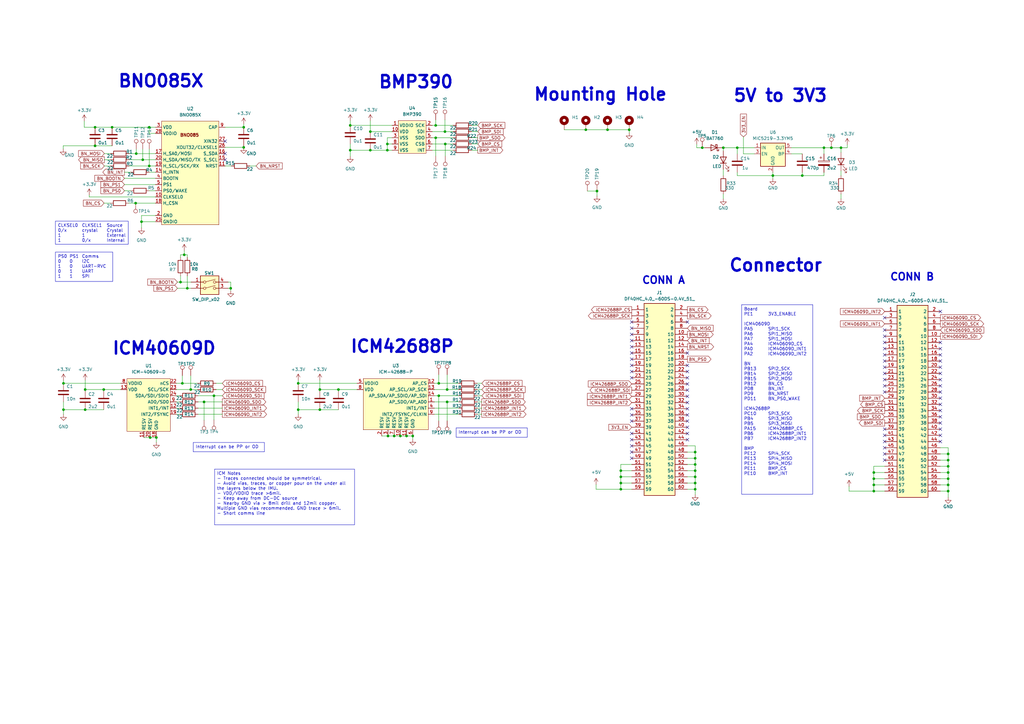
<source format=kicad_sch>
(kicad_sch (version 20230121) (generator eeschema)
  (paper "A3")
  (title_block (title "IMU Sensor Module") (date "2024-01-28"))
  (junction (at 26.035 168.021))
  (junction (at 182.499 53.975))
  (junction (at 122.301 168.021))
  (junction (at 244.856 78.359))
  (junction (at 99.949 60.452))
  (junction (at 302.387 60.579))
  (junction (at 158.877 61.595))
  (junction (at 151.892 61.595))
  (junction (at 151.892 53.975))
  (junction (at 76.835 118.237))
  (junction (at 183.388 159.766))
  (junction (at 285.115 200.66))
  (junction (at 74.803 157.226))
  (junction (at 87.757 162.306))
  (junction (at 61.214 68.072))
  (junction (at 78.232 159.766))
  (junction (at 358.394 201.422))
  (junction (at 254.635 195.58))
  (junction (at 254.635 200.66))
  (junction (at 159.131 178.816))
  (junction (at 55.626 83.312))
  (junction (at 64.135 179.451))
  (junction (at 288.036 60.579))
  (junction (at 285.115 187.96))
  (junction (at 26.035 157.226))
  (junction (at 388.874 196.342))
  (junction (at 122.301 157.226))
  (junction (at 254.635 198.12))
  (junction (at 316.992 72.009))
  (junction (at 55.88 62.992))
  (junction (at 388.874 188.722))
  (junction (at 179.959 162.306))
  (junction (at 83.693 164.846))
  (junction (at 240.284 53.213))
  (junction (at 61.595 179.451))
  (junction (at 169.291 178.816))
  (junction (at 178.689 56.515))
  (junction (at 388.874 191.262))
  (junction (at 285.115 195.58))
  (junction (at 182.626 59.055))
  (junction (at 58.039 90.932))
  (junction (at 388.874 198.882))
  (junction (at 285.115 198.12))
  (junction (at 388.874 186.182))
  (junction (at 285.115 185.42))
  (junction (at 358.394 196.342))
  (junction (at 183.388 164.846))
  (junction (at 61.214 52.197))
  (junction (at 296.672 60.579))
  (junction (at 34.925 159.766))
  (junction (at 38.989 52.197))
  (junction (at 178.689 51.435))
  (junction (at 249.174 53.213))
  (junction (at 388.874 193.802))
  (junction (at 131.191 168.021))
  (junction (at 75.565 104.521))
  (junction (at 358.394 198.882))
  (junction (at 337.947 60.579))
  (junction (at 258.064 53.213))
  (junction (at 94.615 118.237))
  (junction (at 179.959 157.226))
  (junction (at 58.547 65.532))
  (junction (at 161.671 178.816))
  (junction (at 143.637 51.435))
  (junction (at 42.545 159.766))
  (junction (at 285.115 193.04))
  (junction (at 166.751 178.816))
  (junction (at 388.874 201.422))
  (junction (at 99.949 52.197))
  (junction (at 285.115 190.5))
  (junction (at 138.811 159.766))
  (junction (at 38.989 59.817))
  (junction (at 34.925 168.021))
  (junction (at 143.637 61.595))
  (junction (at 74.041 115.697))
  (junction (at 45.974 52.197))
  (junction (at 158.877 59.055))
  (junction (at 340.995 60.579))
  (junction (at 358.394 193.802))
  (junction (at 329.057 72.009))
  (junction (at 344.932 60.579))
  (junction (at 254.635 193.04))
  (junction (at 131.191 159.766))
  (junction (at 164.211 178.816))
  (no_connect (at 385.699 163.322))
  (no_connect (at 259.08 139.7))
  (no_connect (at 385.699 176.022))
  (no_connect (at 362.839 143.002))
  (no_connect (at 281.94 167.64))
  (no_connect (at 362.839 181.102))
  (no_connect (at 281.94 152.4))
  (no_connect (at 385.699 173.482))
  (no_connect (at 362.839 135.382))
  (no_connect (at 385.699 153.162))
  (no_connect (at 362.839 153.162))
  (no_connect (at 362.839 176.022))
  (no_connect (at 362.839 130.302))
  (no_connect (at 385.699 150.622))
  (no_connect (at 385.699 168.402))
  (no_connect (at 385.699 143.002))
  (no_connect (at 385.699 170.942))
  (no_connect (at 281.94 160.02))
  (no_connect (at 259.08 152.4))
  (no_connect (at 362.839 145.542))
  (no_connect (at 259.08 149.86))
  (no_connect (at 385.699 178.562))
  (no_connect (at 281.94 157.48))
  (no_connect (at 92.329 65.532))
  (no_connect (at 385.699 160.782))
  (no_connect (at 259.08 137.16))
  (no_connect (at 259.08 132.08))
  (no_connect (at 281.94 180.34))
  (no_connect (at 362.839 158.242))
  (no_connect (at 259.08 134.62))
  (no_connect (at 362.839 188.722))
  (no_connect (at 281.94 172.72))
  (no_connect (at 281.94 154.94))
  (no_connect (at 385.699 165.862))
  (no_connect (at 281.94 177.8))
  (no_connect (at 259.08 182.88))
  (no_connect (at 281.94 170.18))
  (no_connect (at 362.839 183.642))
  (no_connect (at 92.329 57.912))
  (no_connect (at 362.839 150.622))
  (no_connect (at 259.08 167.64))
  (no_connect (at 362.839 160.782))
  (no_connect (at 385.699 158.242))
  (no_connect (at 385.699 181.102))
  (no_connect (at 281.94 162.56))
  (no_connect (at 259.08 170.18))
  (no_connect (at 259.08 172.72))
  (no_connect (at 281.94 144.78))
  (no_connect (at 385.699 148.082))
  (no_connect (at 385.699 155.702))
  (no_connect (at 281.94 165.1))
  (no_connect (at 281.94 132.08))
  (no_connect (at 362.839 148.082))
  (no_connect (at 362.839 140.462))
  (no_connect (at 259.08 187.96))
  (no_connect (at 385.699 145.542))
  (no_connect (at 92.329 62.992))
  (no_connect (at 259.08 142.24))
  (no_connect (at 259.08 144.78))
  (no_connect (at 385.699 140.462))
  (no_connect (at 362.839 155.702))
  (no_connect (at 259.08 154.94))
  (no_connect (at 281.94 175.26))
  (no_connect (at 259.08 147.32))
  (no_connect (at 362.839 137.922))
  (no_connect (at 259.08 185.42))
  (no_connect (at 362.839 186.182))
  (no_connect (at 362.839 178.562))
  (no_connect (at 259.08 177.8))
  (no_connect (at 281.94 149.86))
  (no_connect (at 385.699 127.762))
  (no_connect (at 259.08 180.34))
  (wire (pts (xy 385.699 188.722) (xy 388.874 188.722)))
  (wire (pts (xy 183.388 153.67) (xy 183.388 159.766)))
  (wire (pts (xy 249.174 53.213) (xy 258.064 53.213)))
  (wire (pts (xy 358.394 198.882) (xy 362.839 198.882)))
  (wire (pts (xy 138.811 159.766) (xy 131.191 159.766)))
  (wire (pts (xy 177.292 61.595) (xy 185.801 61.595)))
  (wire (pts (xy 131.191 159.766) (xy 131.191 160.401)))
  (wire (pts (xy 78.232 159.766) (xy 81.026 159.766)))
  (wire (pts (xy 74.803 157.226) (xy 81.026 157.226)))
  (wire (pts (xy 388.874 198.882) (xy 388.874 201.422)))
  (wire (pts (xy 102.489 68.072) (xy 105.029 68.072)))
  (wire (pts (xy 358.394 198.882) (xy 358.394 196.342)))
  (wire (pts (xy 52.832 83.312) (xy 55.626 83.312)))
  (wire (pts (xy 195.834 164.846) (xy 197.612 164.846)))
  (wire (pts (xy 81.28 162.306) (xy 87.757 162.306)))
  (wire (pts (xy 183.388 159.766) (xy 188.087 159.766)))
  (wire (pts (xy 58.039 90.932) (xy 58.039 93.472)))
  (wire (pts (xy 388.874 191.262) (xy 388.874 193.802)))
  (wire (pts (xy 244.475 200.66) (xy 254.635 200.66)))
  (wire (pts (xy 285.75 60.579) (xy 285.75 59.182)))
  (wire (pts (xy 254.635 195.58) (xy 259.08 195.58)))
  (wire (pts (xy 131.191 168.021) (xy 138.811 168.021)))
  (wire (pts (xy 83.693 164.846) (xy 83.693 172.339)))
  (wire (pts (xy 178.689 56.515) (xy 185.801 56.515)))
  (wire (pts (xy 348.234 199.517) (xy 348.234 201.422)))
  (wire (pts (xy 177.292 53.975) (xy 182.499 53.975)))
  (wire (pts (xy 55.88 62.992) (xy 63.754 62.992)))
  (wire (pts (xy 347.472 59.309) (xy 347.472 60.579)))
  (wire (pts (xy 93.599 115.697) (xy 94.615 115.697)))
  (wire (pts (xy 122.301 157.226) (xy 146.431 157.226)))
  (wire (pts (xy 99.949 50.927) (xy 99.949 52.197)))
  (wire (pts (xy 63.754 54.737) (xy 61.214 54.737)))
  (wire (pts (xy 72.39 169.926) (xy 73.66 169.926)))
  (wire (pts (xy 169.291 178.816) (xy 169.291 180.086)))
  (wire (pts (xy 72.771 115.697) (xy 74.041 115.697)))
  (wire (pts (xy 158.877 59.055) (xy 158.877 61.595)))
  (wire (pts (xy 92.329 68.072) (xy 94.869 68.072)))
  (wire (pts (xy 362.839 201.422) (xy 358.394 201.422)))
  (wire (pts (xy 26.035 168.021) (xy 34.925 168.021)))
  (wire (pts (xy 42.799 68.072) (xy 45.339 68.072)))
  (wire (pts (xy 45.974 52.197) (xy 61.214 52.197)))
  (wire (pts (xy 178.689 49.149) (xy 178.689 51.435)))
  (wire (pts (xy 178.181 164.846) (xy 183.388 164.846)))
  (wire (pts (xy 281.94 185.42) (xy 285.115 185.42)))
  (wire (pts (xy 340.995 60.579) (xy 344.932 60.579)))
  (wire (pts (xy 34.925 155.956) (xy 34.925 159.766)))
  (wire (pts (xy 195.834 167.386) (xy 197.612 167.386)))
  (wire (pts (xy 74.041 113.157) (xy 74.041 115.697)))
  (wire (pts (xy 52.959 65.532) (xy 58.547 65.532)))
  (wire (pts (xy 143.637 61.595) (xy 143.637 59.055)))
  (wire (pts (xy 285.115 182.88) (xy 285.115 185.42)))
  (wire (pts (xy 385.699 183.642) (xy 388.874 183.642)))
  (wire (pts (xy 146.431 159.766) (xy 138.811 159.766)))
  (wire (pts (xy 78.232 154.051) (xy 78.232 159.766)))
  (wire (pts (xy 122.301 168.021) (xy 131.191 168.021)))
  (wire (pts (xy 179.959 157.226) (xy 188.087 157.226)))
  (wire (pts (xy 34.925 159.766) (xy 42.545 159.766)))
  (wire (pts (xy 36.576 80.01) (xy 36.576 80.772)))
  (wire (pts (xy 61.214 70.612) (xy 63.754 70.612)))
  (wire (pts (xy 348.234 201.422) (xy 358.394 201.422)))
  (wire (pts (xy 81.28 169.926) (xy 91.186 169.926)))
  (wire (pts (xy 74.041 105.537) (xy 74.041 104.521)))
  (wire (pts (xy 61.214 61.214) (xy 61.214 68.072)))
  (wire (pts (xy 138.811 159.766) (xy 138.811 160.401)))
  (wire (pts (xy 59.055 179.451) (xy 61.595 179.451)))
  (wire (pts (xy 337.947 72.009) (xy 337.947 70.739)))
  (wire (pts (xy 231.394 53.213) (xy 240.284 53.213)))
  (wire (pts (xy 179.959 162.306) (xy 179.959 172.593)))
  (wire (pts (xy 74.041 115.697) (xy 78.359 115.697)))
  (wire (pts (xy 385.699 186.182) (xy 388.874 186.182)))
  (wire (pts (xy 74.041 104.521) (xy 75.565 104.521)))
  (wire (pts (xy 122.301 169.926) (xy 122.301 168.021)))
  (wire (pts (xy 193.421 59.055) (xy 195.961 59.055)))
  (wire (pts (xy 324.612 60.579) (xy 337.947 60.579)))
  (wire (pts (xy 76.835 104.521) (xy 76.835 105.537)))
  (wire (pts (xy 193.421 56.515) (xy 195.961 56.515)))
  (wire (pts (xy 385.699 198.882) (xy 388.874 198.882)))
  (wire (pts (xy 254.635 190.5) (xy 259.08 190.5)))
  (wire (pts (xy 281.94 198.12) (xy 285.115 198.12)))
  (wire (pts (xy 344.932 72.009) (xy 344.932 70.104)))
  (wire (pts (xy 304.927 63.119) (xy 309.372 63.119)))
  (wire (pts (xy 281.94 187.96) (xy 285.115 187.96)))
  (wire (pts (xy 58.547 61.214) (xy 58.547 65.532)))
  (wire (pts (xy 158.877 61.595) (xy 160.782 61.595)))
  (wire (pts (xy 281.94 200.66) (xy 285.115 200.66)))
  (wire (pts (xy 254.635 195.58) (xy 254.635 193.04)))
  (wire (pts (xy 64.135 179.451) (xy 64.135 181.356)))
  (wire (pts (xy 296.672 81.534) (xy 296.672 79.629)))
  (wire (pts (xy 55.88 61.214) (xy 55.88 62.992)))
  (wire (pts (xy 72.39 167.386) (xy 73.66 167.386)))
  (wire (pts (xy 72.39 164.846) (xy 73.66 164.846)))
  (wire (pts (xy 26.035 164.846) (xy 26.035 168.021)))
  (wire (pts (xy 337.947 60.579) (xy 337.947 63.119)))
  (wire (pts (xy 25.908 59.817) (xy 25.908 61.087)))
  (wire (pts (xy 358.394 196.342) (xy 358.394 193.802)))
  (wire (pts (xy 52.959 68.072) (xy 61.214 68.072)))
  (wire (pts (xy 302.387 70.739) (xy 302.387 72.009)))
  (wire (pts (xy 195.834 169.926) (xy 197.612 169.926)))
  (wire (pts (xy 358.394 201.422) (xy 358.394 198.882)))
  (wire (pts (xy 92.329 52.197) (xy 99.949 52.197)))
  (wire (pts (xy 258.064 53.213) (xy 258.064 54.483)))
  (wire (pts (xy 42.672 83.312) (xy 45.212 83.312)))
  (wire (pts (xy 26.035 155.956) (xy 26.035 157.226)))
  (wire (pts (xy 244.856 78.359) (xy 244.856 80.391)))
  (wire (pts (xy 285.75 60.579) (xy 288.036 60.579)))
  (wire (pts (xy 388.874 193.802) (xy 388.874 196.342)))
  (wire (pts (xy 61.214 78.232) (xy 63.754 78.232)))
  (wire (pts (xy 51.054 75.692) (xy 63.754 75.692)))
  (wire (pts (xy 388.874 201.422) (xy 388.874 203.962)))
  (wire (pts (xy 58.039 90.932) (xy 63.754 90.932)))
  (wire (pts (xy 143.637 51.435) (xy 160.782 51.435)))
  (wire (pts (xy 178.181 159.766) (xy 183.388 159.766)))
  (wire (pts (xy 358.394 191.262) (xy 362.839 191.262)))
  (wire (pts (xy 88.646 159.766) (xy 91.186 159.766)))
  (wire (pts (xy 358.394 193.802) (xy 358.394 191.262)))
  (wire (pts (xy 63.754 80.772) (xy 36.576 80.772)))
  (wire (pts (xy 193.421 51.435) (xy 195.961 51.435)))
  (wire (pts (xy 76.835 113.157) (xy 76.835 118.237)))
  (wire (pts (xy 156.591 178.816) (xy 159.131 178.816)))
  (wire (pts (xy 178.181 157.226) (xy 179.959 157.226)))
  (wire (pts (xy 52.959 62.992) (xy 55.88 62.992)))
  (wire (pts (xy 358.394 193.802) (xy 362.839 193.802)))
  (wire (pts (xy 42.545 159.766) (xy 42.545 160.401)))
  (wire (pts (xy 131.191 155.956) (xy 131.191 159.766)))
  (wire (pts (xy 61.214 54.737) (xy 61.214 52.197)))
  (wire (pts (xy 160.782 56.515) (xy 158.877 56.515)))
  (wire (pts (xy 143.637 49.53) (xy 143.637 51.435)))
  (wire (pts (xy 179.959 153.67) (xy 179.959 157.226)))
  (wire (pts (xy 183.388 164.846) (xy 183.388 172.593)))
  (wire (pts (xy 87.757 162.306) (xy 87.757 172.212)))
  (wire (pts (xy 388.874 186.182) (xy 388.874 188.722)))
  (wire (pts (xy 177.292 59.055) (xy 182.626 59.055)))
  (wire (pts (xy 254.635 200.66) (xy 254.635 198.12)))
  (wire (pts (xy 296.672 61.849) (xy 296.672 60.579)))
  (wire (pts (xy 63.754 88.392) (xy 58.039 88.392)))
  (wire (pts (xy 329.057 70.739) (xy 329.057 72.009)))
  (wire (pts (xy 94.615 118.237) (xy 94.615 119.253)))
  (wire (pts (xy 42.545 159.766) (xy 49.53 159.766)))
  (wire (pts (xy 61.595 179.451) (xy 64.135 179.451)))
  (wire (pts (xy 195.707 159.766) (xy 197.612 159.766)))
  (wire (pts (xy 281.94 193.04) (xy 285.115 193.04)))
  (wire (pts (xy 158.877 56.515) (xy 158.877 59.055)))
  (wire (pts (xy 178.689 56.515) (xy 178.689 64.008)))
  (wire (pts (xy 193.421 53.975) (xy 195.961 53.975)))
  (wire (pts (xy 285.115 193.04) (xy 285.115 195.58)))
  (wire (pts (xy 296.672 60.579) (xy 302.387 60.579)))
  (wire (pts (xy 285.115 187.96) (xy 285.115 190.5)))
  (wire (pts (xy 55.626 83.312) (xy 63.754 83.312)))
  (wire (pts (xy 385.699 196.342) (xy 388.874 196.342)))
  (wire (pts (xy 316.992 72.009) (xy 329.057 72.009)))
  (wire (pts (xy 178.181 162.306) (xy 179.959 162.306)))
  (wire (pts (xy 51.054 73.152) (xy 63.754 73.152)))
  (wire (pts (xy 254.635 193.04) (xy 254.635 190.5)))
  (wire (pts (xy 240.284 53.213) (xy 249.174 53.213)))
  (wire (pts (xy 179.959 162.306) (xy 188.087 162.306)))
  (wire (pts (xy 151.892 53.975) (xy 160.782 53.975)))
  (wire (pts (xy 143.637 61.595) (xy 143.637 64.135)))
  (wire (pts (xy 240.919 78.359) (xy 244.856 78.359)))
  (wire (pts (xy 92.329 60.452) (xy 99.949 60.452)))
  (wire (pts (xy 193.421 61.595) (xy 195.961 61.595)))
  (wire (pts (xy 304.927 56.134) (xy 304.927 63.119)))
  (wire (pts (xy 388.874 196.342) (xy 388.874 198.882)))
  (wire (pts (xy 385.699 193.802) (xy 388.874 193.802)))
  (wire (pts (xy 159.131 178.816) (xy 161.671 178.816)))
  (wire (pts (xy 81.28 167.386) (xy 91.186 167.386)))
  (wire (pts (xy 254.635 193.04) (xy 259.08 193.04)))
  (wire (pts (xy 34.925 168.021) (xy 42.545 168.021)))
  (wire (pts (xy 324.612 63.119) (xy 329.057 63.119)))
  (wire (pts (xy 302.387 60.579) (xy 302.387 63.119)))
  (wire (pts (xy 316.992 70.739) (xy 316.992 72.009)))
  (wire (pts (xy 51.054 70.612) (xy 53.594 70.612)))
  (wire (pts (xy 358.394 196.342) (xy 362.839 196.342)))
  (wire (pts (xy 388.874 183.642) (xy 388.874 186.182)))
  (wire (pts (xy 34.544 49.657) (xy 34.544 52.197)))
  (wire (pts (xy 281.94 195.58) (xy 285.115 195.58)))
  (wire (pts (xy 254.635 198.12) (xy 254.635 195.58)))
  (wire (pts (xy 177.292 51.435) (xy 178.689 51.435)))
  (wire (pts (xy 83.693 164.846) (xy 91.186 164.846)))
  (wire (pts (xy 244.475 198.755) (xy 244.475 200.66)))
  (wire (pts (xy 161.671 178.816) (xy 164.211 178.816)))
  (wire (pts (xy 122.301 164.846) (xy 122.301 168.021)))
  (wire (pts (xy 42.799 62.992) (xy 45.339 62.992)))
  (wire (pts (xy 26.035 169.926) (xy 26.035 168.021)))
  (wire (pts (xy 72.39 159.766) (xy 78.232 159.766)))
  (wire (pts (xy 178.689 51.435) (xy 185.801 51.435)))
  (wire (pts (xy 288.036 60.579) (xy 289.052 60.579)))
  (wire (pts (xy 177.292 56.515) (xy 178.689 56.515)))
  (wire (pts (xy 178.181 169.926) (xy 188.214 169.926)))
  (wire (pts (xy 259.08 200.66) (xy 254.635 200.66)))
  (wire (pts (xy 151.892 61.595) (xy 143.637 61.595)))
  (wire (pts (xy 281.94 190.5) (xy 285.115 190.5)))
  (wire (pts (xy 81.28 164.846) (xy 83.693 164.846)))
  (wire (pts (xy 76.835 118.237) (xy 78.359 118.237)))
  (wire (pts (xy 285.115 185.42) (xy 285.115 187.96)))
  (wire (pts (xy 302.387 72.009) (xy 316.992 72.009)))
  (wire (pts (xy 58.039 88.392) (xy 58.039 90.932)))
  (wire (pts (xy 164.211 178.816) (xy 166.751 178.816)))
  (wire (pts (xy 42.799 65.532) (xy 45.339 65.532)))
  (wire (pts (xy 182.499 53.975) (xy 185.801 53.975)))
  (wire (pts (xy 72.771 118.237) (xy 76.835 118.237)))
  (wire (pts (xy 195.707 162.306) (xy 197.612 162.306)))
  (wire (pts (xy 75.565 102.743) (xy 75.565 104.521)))
  (wire (pts (xy 122.301 155.956) (xy 122.301 157.226)))
  (wire (pts (xy 302.387 60.579) (xy 309.372 60.579)))
  (wire (pts (xy 285.115 200.66) (xy 285.115 202.819)))
  (wire (pts (xy 182.499 49.149) (xy 182.499 53.975)))
  (wire (pts (xy 385.699 201.422) (xy 388.874 201.422)))
  (wire (pts (xy 38.989 59.817) (xy 45.974 59.817)))
  (wire (pts (xy 195.707 157.226) (xy 197.612 157.226)))
  (wire (pts (xy 99.949 60.452) (xy 99.949 59.817)))
  (wire (pts (xy 75.565 104.521) (xy 76.835 104.521)))
  (wire (pts (xy 72.39 157.226) (xy 74.803 157.226)))
  (wire (pts (xy 182.626 59.055) (xy 182.626 64.008)))
  (wire (pts (xy 87.757 162.306) (xy 91.186 162.306)))
  (wire (pts (xy 285.115 195.58) (xy 285.115 198.12)))
  (wire (pts (xy 182.626 59.055) (xy 185.801 59.055)))
  (wire (pts (xy 337.947 60.579) (xy 340.995 60.579)))
  (wire (pts (xy 166.751 178.816) (xy 169.291 178.816)))
  (wire (pts (xy 178.181 167.386) (xy 188.214 167.386)))
  (wire (pts (xy 51.054 78.232) (xy 53.594 78.232)))
  (wire (pts (xy 385.699 191.262) (xy 388.874 191.262)))
  (wire (pts (xy 88.646 157.226) (xy 91.186 157.226)))
  (wire (pts (xy 58.547 65.532) (xy 63.754 65.532)))
  (wire (pts (xy 93.599 118.237) (xy 94.615 118.237)))
  (wire (pts (xy 316.992 72.009) (xy 316.992 73.279)))
  (wire (pts (xy 344.932 81.534) (xy 344.932 79.629)))
  (wire (pts (xy 151.892 49.53) (xy 151.892 53.975)))
  (wire (pts (xy 344.932 62.484) (xy 344.932 60.579)))
  (wire (pts (xy 158.877 61.595) (xy 151.892 61.595)))
  (wire (pts (xy 285.115 190.5) (xy 285.115 193.04)))
  (wire (pts (xy 329.057 72.009) (xy 337.947 72.009)))
  (wire (pts (xy 74.803 154.051) (xy 74.803 157.226)))
  (wire (pts (xy 38.989 52.197) (xy 45.974 52.197)))
  (wire (pts (xy 183.388 164.846) (xy 188.214 164.846)))
  (wire (pts (xy 61.214 68.072) (xy 63.754 68.072)))
  (wire (pts (xy 281.94 182.88) (xy 285.115 182.88)))
  (wire (pts (xy 296.672 72.009) (xy 296.672 69.469)))
  (wire (pts (xy 63.754 52.197) (xy 61.214 52.197)))
  (wire (pts (xy 344.932 60.579) (xy 347.472 60.579)))
  (wire (pts (xy 94.615 115.697) (xy 94.615 118.237)))
  (wire (pts (xy 285.115 198.12) (xy 285.115 200.66)))
  (wire (pts (xy 72.39 162.306) (xy 73.66 162.306)))
  (wire (pts (xy 254.635 198.12) (xy 259.08 198.12)))
  (wire (pts (xy 388.874 188.722) (xy 388.874 191.262)))
  (wire (pts (xy 26.035 157.226) (xy 49.53 157.226)))
  (wire (pts (xy 158.877 59.055) (xy 160.782 59.055)))
  (wire (pts (xy 34.544 52.197) (xy 38.989 52.197)))
  (wire (pts (xy 34.925 159.766) (xy 34.925 160.401)))
  (wire (pts (xy 25.908 59.817) (xy 38.989 59.817)))
  (text_box "Board\nPE1		3V3_ENABLE\n\nICM40609D\nPA5		SPI1_SCK\nPA6		SPI1_MISO\nPA7		SPI1_MOSI\nPA4		ICM40609D_CS\nPA0		ICM40609D_INT1\nPA2		ICM40609D_INT2\n\nBN\nPB13 	SPI2_SCK\nPB14 	SPI2_MISO\nPB15 	SPI2_MOSI\nPB12	BN_CS\nPD8		BN_INT\nPD9		BN_NRST\nPD11	BN_PS0_WAKE\n\nICM42688P\nPC10	SPI3_SCK\nPB4		SPI3_MISO\nPB5		SPI3_MOSI\nPA15	ICM42688P_CS\nPB6		ICM42688P_INT1\nPB7		ICM42688P_INT2\n\nBMP\nPE12	SPI4_SCK\nPE13	SPI4_MISO\nPE14	SPI4_MOSI\nPE11	BMP_CS\nPE10	BMP_INT" (at 304.165 124.968 0) (size 29.21 77.724) (effects (font (size 1.27 1.27)) (justify left top)))
  (text_box "CLKSEL0	CLKSEL1	Source\n0/x		crystal	Crystal\n1		1		External\n1		0/x		Internal" (at 22.733 90.678 0) (size 29.845 9.525) (fill (type color)) (effects (font (size 1.27 1.27)) (justify left top)))
  (text_box "ICM Notes\n- Traces connected should be symmetrical.\n- Avoid vias, traces, or copper pour on the under all the layers below the IMU.\n- VDD/VDDIO trace >6mil.\n- Keep away from DC-DC source\n- Nearby GND via > 8mil drill and 12mil copper. Multiple GND vias recommended. GND trace > 6mil.\n- Short comms line" (at 88.011 192.405 0) (size 57.404 22.86) (effects (font (size 1.27 1.27)) (justify left top)))
  (text_box "Interrupt can be PP or OD" (at 79.248 181.483 0) (size 29.21 3.81) (fill (type color)) (effects (font (size 1.27 1.27)) (justify left top)))
  (text_box "Interrupt can be PP or OD" (at 187.071 175.514 0) (size 29.21 3.81) (fill (type color)) (effects (font (size 1.27 1.27)) (justify left top)))
  (text_box "PS0	PS1	Comms\n0	0	I2C\n1	0	UART-RVC\n0	1	UART\n1	1	SPI" (at 22.733 103.378 0) (size 23.495 12.065) (fill (type color)) (effects (font (size 1.27 1.27)) (justify left top)))
  (text "Connector" (at 298.704 111.887 0) (effects (font (size 5 5) (thickness 1) bold) (justify left bottom)))
  (text "5V to 3V3" (at 300.482 42.291 0) (effects (font (size 5 5) (thickness 1) bold) (justify left bottom)))
  (text "ICM42688P" (at 143.383 145.161 0) (effects (font (size 5 5) (thickness 1) bold) (justify left bottom)))
  (text "Mounting Hole" (at 218.567 41.783 0) (effects (font (size 5 5) (thickness 1) bold) (justify left bottom)))
  (text "BMP390" (at 154.94 36.703 0) (effects (font (size 5 5) (thickness 1) bold) (justify left bottom)))
  (text "CONN A" (at 263.144 116.84 0) (effects (font (size 3 3) bold) (justify left bottom)))
  (text "BNO085X" (at 48.133 36.322 0) (effects (font (size 5 5) (thickness 1) bold) (justify left bottom)))
  (text "CONN B" (at 364.871 115.443 0) (effects (font (size 3 3) bold) (justify left bottom)))
  (text "ICM40609D" (at 45.72 145.923 0) (effects (font (size 5 5) (thickness 1) bold) (justify left bottom)))
  (global_label "BN_INT" (shape output) (at 51.054 70.612 180) (property "Intersheetrefs" "${INTERSHEET_REFS}" (effects hide)))
  (global_label "BN_MOSI" (shape input) (at 42.799 62.992 180) (property "Intersheetrefs" "${INTERSHEET_REFS}" (effects hide)))
  (global_label "ICM42688P_INT1" (shape output) (at 197.612 167.386 0) (property "Intersheetrefs" "${INTERSHEET_REFS}" (effects hide)))
  (global_label "BN_PS0" (shape input) (at 51.054 78.232 180) (property "Intersheetrefs" "${INTERSHEET_REFS}" (effects hide)))
  (global_label "ICM40609D_INT2" (shape input) (at 362.839 127.762 180) (property "Intersheetrefs" "${INTERSHEET_REFS}" (effects hide)))
  (global_label "BN_SCK" (shape input) (at 42.799 68.072 180) (property "Intersheetrefs" "${INTERSHEET_REFS}" (effects hide)))
  (global_label "ICM42688P_CS" (shape output) (at 259.08 127 180) (property "Intersheetrefs" "${INTERSHEET_REFS}" (effects hide)))
  (global_label "ICM40609D_SDO" (shape input) (at 385.699 135.382 0) (property "Intersheetrefs" "${INTERSHEET_REFS}" (effects hide)))
  (global_label "ICM40609D_SDO" (shape output) (at 91.186 164.846 0) (property "Intersheetrefs" "${INTERSHEET_REFS}" (effects hide)))
  (global_label "BMP_SDI" (shape output) (at 362.839 173.482 180) (property "Intersheetrefs" "${INTERSHEET_REFS}" (effects hide)))
  (global_label "BMP_INT" (shape input) (at 362.839 163.322 180) (property "Intersheetrefs" "${INTERSHEET_REFS}" (effects hide)))
  (global_label "BMP_INT" (shape output) (at 195.961 61.595 0) (property "Intersheetrefs" "${INTERSHEET_REFS}" (effects hide)))
  (global_label "ICM40609D_SCK" (shape output) (at 385.699 132.842 0) (property "Intersheetrefs" "${INTERSHEET_REFS}" (effects hide)))
  (global_label "BMP_SCK" (shape input) (at 195.961 51.435 0) (property "Intersheetrefs" "${INTERSHEET_REFS}" (effects hide)))
  (global_label "BN_BOOTN" (shape input) (at 72.771 115.697 180) (property "Intersheetrefs" "${INTERSHEET_REFS}" (effects hide)))
  (global_label "BN_MOSI" (shape output) (at 281.94 137.16 0) (property "Intersheetrefs" "${INTERSHEET_REFS}" (effects hide)))
  (global_label "BMP_CS" (shape output) (at 362.839 165.862 180) (property "Intersheetrefs" "${INTERSHEET_REFS}" (effects hide)))
  (global_label "ICM42688P_SDO" (shape output) (at 197.612 164.846 0) (property "Intersheetrefs" "${INTERSHEET_REFS}" (effects hide)))
  (global_label "BMP_SDO" (shape input) (at 362.839 170.942 180) (property "Intersheetrefs" "${INTERSHEET_REFS}" (effects hide)))
  (global_label "ICM42688P_SCK" (shape input) (at 197.612 159.766 0) (property "Intersheetrefs" "${INTERSHEET_REFS}" (effects hide)))
  (global_label "BN_SCK" (shape output) (at 281.94 129.54 0) (property "Intersheetrefs" "${INTERSHEET_REFS}" (effects hide)))
  (global_label "BMP_SDI" (shape input) (at 195.961 53.975 0) (property "Intersheetrefs" "${INTERSHEET_REFS}" (effects hide)))
  (global_label "ICM40609D_INT2" (shape output) (at 91.186 169.926 0) (property "Intersheetrefs" "${INTERSHEET_REFS}" (effects hide)))
  (global_label "ICM42688P_SCK" (shape output) (at 259.08 129.54 180) (property "Intersheetrefs" "${INTERSHEET_REFS}" (effects hide)))
  (global_label "BN_CS" (shape output) (at 281.94 127 0) (property "Intersheetrefs" "${INTERSHEET_REFS}" (effects hide)))
  (global_label "BN_BOOTN" (shape input) (at 51.054 73.152 180) (property "Intersheetrefs" "${INTERSHEET_REFS}" (effects hide)))
  (global_label "ICM42688P_INT2" (shape input) (at 259.08 165.1 180) (property "Intersheetrefs" "${INTERSHEET_REFS}" (effects hide)))
  (global_label "BN_CS" (shape input) (at 42.672 83.312 180) (property "Intersheetrefs" "${INTERSHEET_REFS}" (effects hide)))
  (global_label "ICM40609D_CS" (shape input) (at 91.186 157.226 0) (property "Intersheetrefs" "${INTERSHEET_REFS}" (effects hide)))
  (global_label "BN_INT" (shape input) (at 281.94 139.7 0) (property "Intersheetrefs" "${INTERSHEET_REFS}" (effects hide)))
  (global_label "BN_PS1" (shape input) (at 51.054 75.692 180) (property "Intersheetrefs" "${INTERSHEET_REFS}" (effects hide)))
  (global_label "ICM42688P_SDI" (shape input) (at 197.612 162.306 0) (property "Intersheetrefs" "${INTERSHEET_REFS}" (effects hide)))
  (global_label "3V3_EN" (shape input) (at 304.927 56.134 90) (property "Intersheetrefs" "${INTERSHEET_REFS}" (effects hide)))
  (global_label "BMP_CS" (shape input) (at 195.961 59.055 0) (property "Intersheetrefs" "${INTERSHEET_REFS}" (effects hide)))
  (global_label "ICM42688P_INT2" (shape output) (at 197.612 169.926 0) (property "Intersheetrefs" "${INTERSHEET_REFS}" (effects hide)))
  (global_label "BN_PS0" (shape output) (at 281.94 147.32 0) (property "Intersheetrefs" "${INTERSHEET_REFS}" (effects hide)))
  (global_label "BN_MISO" (shape output) (at 42.799 65.532 180) (property "Intersheetrefs" "${INTERSHEET_REFS}" (effects hide)))
  (global_label "ICM40609D_CS" (shape output) (at 385.699 130.302 0) (property "Intersheetrefs" "${INTERSHEET_REFS}" (effects hide)))
  (global_label "ICM42688P_CS" (shape input) (at 197.612 157.226 0) (property "Intersheetrefs" "${INTERSHEET_REFS}" (effects hide)))
  (global_label "ICM40609D_SDI" (shape input) (at 91.186 162.306 0) (property "Intersheetrefs" "${INTERSHEET_REFS}" (effects hide)))
  (global_label "BN_NRST" (shape output) (at 281.94 142.24 0) (property "Intersheetrefs" "${INTERSHEET_REFS}" (effects hide)))
  (global_label "ICM42688P_SDI" (shape output) (at 259.08 160.02 180) (property "Intersheetrefs" "${INTERSHEET_REFS}" (effects hide)))
  (global_label "BN_MISO" (shape input) (at 281.94 134.62 0) (property "Intersheetrefs" "${INTERSHEET_REFS}" (effects hide)))
  (global_label "3V3_EN" (shape input) (at 259.08 175.26 180) (property "Intersheetrefs" "${INTERSHEET_REFS}" (effects hide)))
  (global_label "BN_PS1" (shape input) (at 72.771 118.237 180) (property "Intersheetrefs" "${INTERSHEET_REFS}" (effects hide)))
  (global_label "ICM40609D_INT1" (shape input) (at 362.839 132.842 180) (property "Intersheetrefs" "${INTERSHEET_REFS}" (effects hide)))
  (global_label "BMP_SCK" (shape output) (at 362.839 168.402 180) (property "Intersheetrefs" "${INTERSHEET_REFS}" (effects hide)))
  (global_label "ICM42688P_SDO" (shape input) (at 259.08 157.48 180) (property "Intersheetrefs" "${INTERSHEET_REFS}" (effects hide)))
  (global_label "ICM42688P_INT1" (shape input) (at 259.08 162.56 180) (property "Intersheetrefs" "${INTERSHEET_REFS}" (effects hide)))
  (global_label "BMP_SDO" (shape output) (at 195.961 56.515 0) (property "Intersheetrefs" "${INTERSHEET_REFS}" (effects hide)))
  (global_label "ICM40609D_SDI" (shape output) (at 385.699 137.922 0) (property "Intersheetrefs" "${INTERSHEET_REFS}" (effects hide)))
  (global_label "BN_NRST" (shape input) (at 105.029 68.072 0) (property "Intersheetrefs" "${INTERSHEET_REFS}" (effects hide)))
  (global_label "ICM40609D_INT1" (shape output) (at 91.186 167.386 0) (property "Intersheetrefs" "${INTERSHEET_REFS}" (effects hide)))
  (global_label "ICM40609D_SCK" (shape input) (at 91.186 159.766 0) (property "Intersheetrefs" "${INTERSHEET_REFS}" (effects hide)))
  (symbol (lib_id "power:GND") (at 64.135 181.356 0) (unit 1)
    (property "Reference" "#PWR08" (effects hide))
    (property "Value" "GND" (at 64.135 186.436 0))
  )
  (symbol (lib_id "power:+3.3V") (at 36.576 80.01 0) (unit 1)
    (property "Reference" "#PWR06" (effects hide))
    (property "Value" "+3.3V" (at 36.576 75.565 0))
  )
  (symbol (lib_id "Device:C") (at 302.387 66.929 0) (unit 1)
    (property "Reference" "C14" (at 303.657 65.024 0) (effects (justify left)))
    (property "Value" "1u" (at 304.292 68.834 0) (effects (justify left)))
    (property "Footprint" "Capacitor_SMD:C_0603_1608Metric" (effects hide))
    (property "JLCPCB" "C5673" (effects hide))
  )
  (symbol (lib_id "Connector:TestPoint") (at 74.803 154.051 0) (unit 1) (in_bom no)
    (property "Reference" "TP1" (at 72.898 149.225 0) (effects (justify left)))
    (property "Value" "TestPoint" (effects hide))
    (property "Footprint" "TestPoint:TestPoint_Keystone_5000-5004_Miniature" (effects hide))
  )
  (symbol (lib_id "Device:R") (at 76.835 109.347 180) (unit 1)
    (property "Reference" "R8" (at 79.883 110.363 0))
    (property "Value" "10k" (at 79.629 108.331 0))
    (property "Footprint" "Resistor_SMD:R_0603_1608Metric" (effects hide))
    (property "JLCPCB" "C98220" (effects hide))
  )
  (symbol (lib_id "Switch:SW_DIP_x02") (at 85.979 118.237 0) (unit 1)
    (property "Reference" "SW1" (at 85.852 112.014 0))
    (property "Value" "SW_DIP_x02" (at 84.455 122.809 0))
    (property "Footprint" "whose_lib:218-2LPSTRF" (effects hide))
    (property "JLCPCB" "C314498" (effects hide))
  )
  (symbol (lib_id "power:GND") (at 25.908 61.087 0) (unit 1)
    (property "Reference" "#PWR04" (effects hide))
    (property "Value" "GND" (at 28.448 63.627 0))
  )
  (symbol (lib_id "Device:C") (at 329.057 66.929 0) (unit 1)
    (property "Reference" "C15" (at 330.327 65.024 0) (effects (justify left)))
    (property "Value" "470p" (at 330.962 68.834 0) (effects (justify left)))
    (property "Footprint" "Capacitor_SMD:C_0603_1608Metric" (effects hide))
    (property "JLCPCB" "C519409" (effects hide))
  )
  (symbol (lib_id "power:+3.3V") (at 131.191 155.956 0) (unit 1)
    (property "Reference" "#PWR015" (effects hide))
    (property "Value" "+3.3V" (at 131.191 151.511 0))
  )
  (symbol (lib_id "Device:R") (at 192.024 169.926 90) (unit 1)
    (property "Reference" "R31" (at 187.452 169.037 90))
    (property "Value" "22" (at 195.834 171.196 90))
    (property "Footprint" "Resistor_SMD:R_0603_1608Metric" (effects hide))
    (property "JLCPCB" "C491194" (effects hide))
  )
  (symbol (lib_id "Device:C") (at 138.811 164.211 0) (unit 1)
    (property "Reference" "C9" (at 140.081 161.671 0) (effects (justify left)))
    (property "Value" "0u1" (at 140.081 166.751 0) (effects (justify left)))
    (property "Footprint" "Capacitor_SMD:C_0603_1608Metric" (effects hide))
    (property "JLCPCB" "C1591" (effects hide))
  )
  (symbol (lib_id "Device:R") (at 49.149 68.072 90) (unit 1)
    (property "Reference" "R3" (at 53.213 67.183 90))
    (property "Value" "22" (at 45.212 69.088 90))
    (property "Footprint" "Resistor_SMD:R_0603_1608Metric" (effects hide))
    (property "JLCPCB" "C491194" (effects hide))
  )
  (symbol (lib_id "Device:C") (at 26.035 161.036 0) (unit 1)
    (property "Reference" "C1" (at 27.305 158.496 0) (effects (justify left)))
    (property "Value" "10n" (at 27.305 163.576 0) (effects (justify left)))
    (property "Footprint" "Capacitor_SMD:C_0603_1608Metric" (effects hide))
    (property "JLCPCB" "C307346" (effects hide))
  )
  (symbol (lib_id "whose_lib:ICM-40609-D") (at 52.07 155.321 0) (unit 1)
    (property "Reference" "U1" (at 60.96 149.987 0))
    (property "Value" "ICM-40609-D" (at 60.96 152.527 0))
    (property "Footprint" "whose_lib:ICM_LGA-24_3x3mm-P0.4mm" (effects hide))
    (property "Datasheet" "https://invensense.tdk.com/products/motion-tracking/6-axis/icm-40609-d/" (effects hide))
    (property "JLCPCB" "C5360621" (effects hide))
  )
  (symbol (lib_id "Connector:TestPoint") (at 182.499 49.149 0) (unit 1) (in_bom no)
    (property "Reference" "TP16" (at 182.499 44.577 90) (effects (justify left)))
    (property "Value" "TestPoint" (effects hide))
    (property "Footprint" "TestPoint:TestPoint_Keystone_5000-5004_Miniature" (effects hide))
  )
  (symbol (lib_id "Device:C") (at 122.301 161.036 0) (unit 1)
    (property "Reference" "C7" (at 123.571 158.496 0) (effects (justify left)))
    (property "Value" "10n" (at 123.571 163.576 0) (effects (justify left)))
    (property "Footprint" "Capacitor_SMD:C_0603_1608Metric" (effects hide))
    (property "JLCPCB" "C307346" (effects hide))
  )
  (symbol (lib_id "Connector:TestPoint") (at 182.626 64.008 180) (unit 1) (in_bom no)
    (property "Reference" "TP18" (at 182.626 68.58 90) (effects (justify left)))
    (property "Value" "TestPoint" (effects hide))
    (property "Footprint" "TestPoint:TestPoint_Keystone_5000-5004_Miniature" (effects hide))
  )
  (symbol (lib_id "power:GND") (at 26.035 169.926 0) (unit 1)
    (property "Reference" "#PWR02" (effects hide))
    (property "Value" "GND" (at 26.035 175.006 0))
  )
  (symbol (lib_id "Device:R") (at 344.932 75.819 180) (unit 1)
    (property "Reference" "R34" (at 341.757 75.184 0))
    (property "Value" "330" (at 342.392 77.089 0))
    (property "Footprint" "Resistor_SMD:R_0603_1608Metric" (effects hide))
    (property "JLCPCB" "C441887" (effects hide))
  )
  (symbol (lib_id "Device:R") (at 77.47 167.386 90) (unit 1)
    (property "Reference" "R13" (at 77.47 167.513 90))
    (property "Value" "22" (at 73.66 168.402 90))
    (property "Footprint" "Resistor_SMD:R_0603_1608Metric" (effects hide))
    (property "JLCPCB" "C491194" (effects hide))
  )
  (symbol (lib_id "power:+3.3V") (at 75.565 102.743 0) (unit 1)
    (property "Reference" "#PWR09" (effects hide))
    (property "Value" "+3.3V" (at 75.565 98.298 0))
  )
  (symbol (lib_id "Device:C") (at 131.191 164.211 0) (unit 1)
    (property "Reference" "C8" (at 132.461 161.671 0) (effects (justify left)))
    (property "Value" "2u2" (at 132.461 166.751 0) (effects (justify left)))
    (property "Footprint" "Capacitor_SMD:C_0603_1608Metric" (effects hide))
    (property "JLCPCB" "C100082" (effects hide))
  )
  (symbol (lib_id "Device:R") (at 57.404 70.612 90) (unit 1)
    (property "Reference" "R4" (at 61.214 69.723 90))
    (property "Value" "22" (at 53.594 71.628 90))
    (property "Footprint" "Resistor_SMD:R_0603_1608Metric" (effects hide))
    (property "JLCPCB" "C491194" (effects hide))
  )
  (symbol (lib_id "Connector:TestPoint") (at 78.232 154.051 0) (unit 1) (in_bom no)
    (property "Reference" "TP2" (at 76.327 149.225 0) (effects (justify left)))
    (property "Value" "TestPoint" (effects hide))
    (property "Footprint" "TestPoint:TestPoint_Keystone_5000-5004_Miniature" (effects hide))
  )
  (symbol (lib_id "Device:R") (at 84.836 159.766 90) (unit 1)
    (property "Reference" "R10" (at 84.836 159.893 90))
    (property "Value" "22" (at 80.899 160.909 90))
    (property "Footprint" "Resistor_SMD:R_0603_1608Metric" (effects hide))
    (property "JLCPCB" "C491194" (effects hide))
  )
  (symbol (lib_id "Device:R") (at 77.47 162.306 90) (unit 1)
    (property "Reference" "R11" (at 77.47 162.306 90))
    (property "Value" "22" (at 73.533 163.322 90))
    (property "Footprint" "Resistor_SMD:R_0603_1608Metric" (effects hide))
    (property "JLCPCB" "C491194" (effects hide))
  )
  (symbol (lib_id "power:+3.3V") (at 151.892 49.53 0) (unit 1)
    (property "Reference" "#PWR018" (effects hide))
    (property "Value" "+3.3V" (at 151.892 45.085 0))
  )
  (symbol (lib_id "Device:LED") (at 296.672 65.659 90) (unit 1)
    (property "Reference" "D2" (at 292.227 64.389 90) (effects (justify right)))
    (property "Value" "LED" (at 292.227 68.199 90) (effects (justify right)))
    (property "Footprint" "LED_SMD:LED_0603_1608Metric" (effects hide))
    (property "JLCPCB" "C131281" (effects hide))
  )
  (symbol (lib_id "Mechanical:MountingHole_Pad") (at 258.064 50.673 0) (unit 1) (in_bom no)
    (property "Reference" "H4" (at 261.239 48.133 0) (effects (justify left)))
    (property "Value" "MountingHole_Pad" (effects hide))
    (property "Footprint" "MountingHole:MountingHole_2.7mm_M2.5_Pad_Via" (effects hide))
  )
  (symbol (lib_id "Device:R") (at 49.149 65.532 90) (unit 1)
    (property "Reference" "R2" (at 52.959 64.643 90))
    (property "Value" "22" (at 45.212 66.548 90))
    (property "Footprint" "Resistor_SMD:R_0603_1608Metric" (effects hide))
    (property "JLCPCB" "C491194" (effects hide))
  )
  (symbol (lib_id "Device:R") (at 189.611 51.435 90) (unit 1)
    (property "Reference" "R20" (at 194.056 50.546 90))
    (property "Value" "22" (at 185.801 52.451 90))
    (property "Footprint" "Resistor_SMD:R_0603_1608Metric" (effects hide))
    (property "JLCPCB" "C491194" (effects hide))
  )
  (symbol (lib_id "power:+3.3V") (at 347.472 59.309 0) (unit 1)
    (property "Reference" "#PWR031" (effects hide))
    (property "Value" "+3.3V" (at 347.472 54.864 0))
  )
  (symbol (lib_id "power:+5V") (at 244.475 198.755 0) (unit 1)
    (property "Reference" "#PWR024" (effects hide))
    (property "Value" "+5V" (at 244.475 193.675 0))
  )
  (symbol (lib_id "Device:C") (at 38.989 56.007 0) (unit 1)
    (property "Reference" "C3" (at 40.259 53.467 0) (effects (justify left)))
    (property "Value" "0u1" (at 40.259 58.547 0) (effects (justify left)))
    (property "Footprint" "Capacitor_SMD:C_0603_1608Metric" (effects hide))
    (property "JLCPCB" "C1591" (effects hide))
  )
  (symbol (lib_id "Device:R") (at 74.041 109.347 180) (unit 1)
    (property "Reference" "R7" (at 70.739 110.617 0))
    (property "Value" "10k" (at 70.739 108.331 0))
    (property "Footprint" "Resistor_SMD:R_0603_1608Metric" (effects hide))
    (property "JLCPCB" "C98220" (effects hide))
  )
  (symbol (lib_id "Device:LED") (at 344.932 66.294 90) (unit 1)
    (property "Reference" "D3" (at 348.107 66.6115 90) (effects (justify right)))
    (property "Value" "LED" (at 348.107 69.1515 90) (effects (justify right)))
    (property "Footprint" "LED_SMD:LED_0603_1608Metric" (effects hide))
    (property "JLCPCB" "C131281" (effects hide))
  )
  (symbol (lib_id "whose_lib:BNO085X") (at 66.294 49.657 0) (unit 1)
    (property "Reference" "U2" (at 78.0415 44.577 0))
    (property "Value" "BNO085X" (at 78.0415 47.117 0))
    (property "Footprint" "Package_LGA:LGA-28_5.2x3.8mm_P0.5mm" (effects hide))
    (property "Datasheet" "https://www.ceva-ip.com/wp-content/uploads/2019/10/BNO080_085-Datasheet.pdf" (effects hide))
    (property "JLCPCB" "C5189642" (effects hide))
  )
  (symbol (lib_id "power:GND") (at 316.992 73.279 0) (unit 1)
    (property "Reference" "#PWR029" (effects hide))
    (property "Value" "GND" (at 316.992 77.089 0))
  )
  (symbol (lib_id "Connector:TestPoint") (at 87.757 172.212 180) (unit 1) (in_bom no)
    (property "Reference" "TP4" (at 89.662 177.038 0) (effects (justify left)))
    (property "Value" "TestPoint" (effects hide))
    (property "Footprint" "TestPoint:TestPoint_Keystone_5000-5004_Miniature" (effects hide))
  )
  (symbol (lib_id "power:GND") (at 296.672 81.534 0) (unit 1)
    (property "Reference" "#PWR028" (effects hide))
    (property "Value" "GND" (at 296.672 85.344 0))
  )
  (symbol (lib_id "power:+3.3V") (at 34.544 49.657 0) (unit 1)
    (property "Reference" "#PWR03" (effects hide))
    (property "Value" "+3.3V" (at 34.544 45.212 0))
  )
  (symbol (lib_id "power:+5V") (at 348.234 199.517 0) (unit 1)
    (property "Reference" "#PWR032" (effects hide))
    (property "Value" "+5V" (at 348.234 194.437 0))
  )
  (symbol (lib_id "power:+3.3V") (at 143.637 49.53 0) (unit 1)
    (property "Reference" "#PWR016" (effects hide))
    (property "Value" "+3.3V" (at 143.637 45.085 0))
  )
  (symbol (lib_id "Regulator_Linear:MIC5219-3.3YM5") (at 316.992 63.119 0) (unit 1)
    (property "Reference" "U6" (at 316.992 54.229 0))
    (property "Value" "MIC5219-3.3YM5" (at 316.992 56.769 0))
    (property "Footprint" "Package_TO_SOT_SMD:SOT-23-5" (effects hide))
    (property "Datasheet" "http://ww1.microchip.com/downloads/en/DeviceDoc/MIC5219-500mA-Peak-Output-LDO-Regulator-DS20006021A.pdf" (effects hide))
    (property "JLCPCB" "C29613" (effects hide))
  )
  (symbol (lib_id "Connector:TestPoint") (at 178.689 64.008 180) (unit 1) (in_bom no)
    (property "Reference" "TP17" (at 178.689 68.58 90) (effects (justify left)))
    (property "Value" "TestPoint" (effects hide))
    (property "Footprint" "TestPoint:TestPoint_Keystone_5000-5004_Miniature" (effects hide))
  )
  (symbol (lib_id "Device:R") (at 296.672 75.819 180) (unit 1)
    (property "Reference" "R33" (at 299.847 75.184 0))
    (property "Value" "330" (at 299.212 77.089 0))
    (property "Footprint" "Resistor_SMD:R_0603_1608Metric" (effects hide))
    (property "JLCPCB" "C441887" (effects hide))
  )
  (symbol (lib_id "Device:R") (at 57.404 78.232 90) (unit 1)
    (property "Reference" "R5" (at 61.976 77.089 90))
    (property "Value" "22" (at 53.34 79.375 90))
    (property "Footprint" "Resistor_SMD:R_0603_1608Metric" (effects hide))
    (property "JLCPCB" "C491194" (effects hide))
  )
  (symbol (lib_id "whose_lib:ICM-42688-P") (at 148.971 155.321 0) (unit 1)
    (property "Reference" "U3" (at 162.306 149.987 0))
    (property "Value" "ICM-42688-P" (at 162.306 152.527 0))
    (property "Footprint" "whose_lib:ICM_LGA-14_3x2.5mm_P0.5mm" (effects hide))
    (property "Datasheet" "https://invensense.tdk.com/products/motion-tracking/6-axis/icm-42688-p/" (effects hide))
    (property "JLCPCB" "C1850418" (effects hide))
  )
  (symbol (lib_id "Device:C") (at 151.892 57.785 0) (unit 1)
    (property "Reference" "C11" (at 153.162 55.245 0) (effects (justify left)))
    (property "Value" "0u1" (at 153.162 60.325 0) (effects (justify left)))
    (property "Footprint" "Capacitor_SMD:C_0603_1608Metric" (effects hide))
    (property "JLCPCB" "C1591" (effects hide))
  )
  (symbol (lib_id "power:+5V") (at 285.75 59.182 0) (unit 1)
    (property "Reference" "#PWR027" (effects hide))
    (property "Value" "+5V" (at 285.75 54.102 0))
  )
  (symbol (lib_id "power:GND") (at 58.039 93.472 0) (unit 1)
    (property "Reference" "#PWR07" (effects hide))
    (property "Value" "GND" (at 58.039 98.552 0))
  )
  (symbol (lib_id "Device:C") (at 99.949 56.007 0) (unit 1)
    (property "Reference" "C6" (at 101.219 53.467 0) (effects (justify left)))
    (property "Value" "0u1" (at 101.219 58.547 0) (effects (justify left)))
    (property "Footprint" "Capacitor_SMD:C_0603_1608Metric" (effects hide))
    (property "JLCPCB" "C1591" (effects hide))
  )
  (symbol (lib_id "Device:C") (at 42.545 164.211 0) (unit 1)
    (property "Reference" "C4" (at 43.815 161.671 0) (effects (justify left)))
    (property "Value" "0u1" (at 43.815 166.751 0) (effects (justify left)))
    (property "Footprint" "Capacitor_SMD:C_0603_1608Metric" (effects hide))
    (property "JLCPCB" "C1591" (effects hide))
  )
  (symbol (lib_id "power:GND") (at 258.064 54.483 0) (unit 1)
    (property "Reference" "#PWR025" (effects hide))
    (property "Value" "GND" (at 258.064 59.563 0))
  )
  (symbol (lib_id "Device:R") (at 192.024 167.386 90) (unit 1)
    (property "Reference" "R32" (at 187.452 166.497 90))
    (property "Value" "22" (at 195.834 168.656 90))
    (property "Footprint" "Resistor_SMD:R_0603_1608Metric" (effects hide))
    (property "JLCPCB" "C491194" (effects hide))
  )
  (symbol (lib_id "Device:R") (at 189.611 53.975 90) (unit 1)
    (property "Reference" "R21" (at 194.056 53.086 90))
    (property "Value" "22" (at 185.801 54.991 90))
    (property "Footprint" "Resistor_SMD:R_0603_1608Metric" (effects hide))
    (property "JLCPCB" "C491194" (effects hide))
  )
  (symbol (lib_id "Connector:TestPoint") (at 288.036 60.579 0) (unit 1) (in_bom no)
    (property "Reference" "TP5" (at 286.131 55.753 0) (effects (justify left)))
    (property "Value" "TestPoint" (effects hide))
    (property "Footprint" "TestPoint:TestPoint_Keystone_5000-5004_Miniature" (effects hide))
  )
  (symbol (lib_id "Connector:TestPoint") (at 340.995 60.579 0) (unit 1) (in_bom no)
    (property "Reference" "TP6" (at 339.09 55.753 0) (effects (justify left)))
    (property "Value" "TestPoint" (effects hide))
    (property "Footprint" "TestPoint:TestPoint_Keystone_5000-5004_Miniature" (effects hide))
  )
  (symbol (lib_id "Diode:BAT760") (at 292.862 60.579 180) (unit 1)
    (property "Reference" "D1" (at 293.1795 54.229 0))
    (property "Value" "BAT760" (at 293.1795 56.769 0))
    (property "Footprint" "Diode_SMD:D_SOD-323" (effects hide))
    (property "Datasheet" "https://www.mouser.sg/datasheet/2/115/ds30498-3214912.pdf" (effects hide))
    (property "JLCPCB" "C124187" (effects hide))
  )
  (symbol (lib_id "power:GND") (at 122.301 169.926 0) (unit 1)
    (property "Reference" "#PWR014" (effects hide))
    (property "Value" "GND" (at 122.301 175.006 0))
  )
  (symbol (lib_id "Device:R") (at 189.611 59.055 90) (unit 1)
    (property "Reference" "R23" (at 194.056 58.166 90))
    (property "Value" "22" (at 185.801 60.071 90))
    (property "Footprint" "Resistor_SMD:R_0603_1608Metric" (effects hide))
    (property "JLCPCB" "C491194" (effects hide))
  )
  (symbol (lib_id "Connector:TestPoint") (at 83.693 172.339 180) (unit 1) (in_bom no)
    (property "Reference" "TP3" (at 85.598 177.165 0) (effects (justify left)))
    (property "Value" "TestPoint" (effects hide))
    (property "Footprint" "TestPoint:TestPoint_Keystone_5000-5004_Miniature" (effects hide))
  )
  (symbol (lib_id "Device:R") (at 77.47 169.926 90) (unit 1)
    (property "Reference" "R14" (at 77.47 169.926 90))
    (property "Value" "22" (at 73.66 170.942 90))
    (property "Footprint" "Resistor_SMD:R_0603_1608Metric" (effects hide))
    (property "JLCPCB" "C491194" (effects hide))
  )
  (symbol (lib_id "power:+3.3V") (at 122.301 155.956 0) (unit 1)
    (property "Reference" "#PWR013" (effects hide))
    (property "Value" "+3.3V" (at 122.301 151.511 0))
  )
  (symbol (lib_id "whose_lib:BMP390") (at 160.782 48.895 0) (unit 1)
    (property "Reference" "U4" (at 169.037 44.323 0))
    (property "Value" "BMP390" (at 169.037 46.863 0))
    (property "Footprint" "whose_lib:Bosch_LGA-10_2x2mm_P0.50mm" (effects hide))
    (property "Datasheet" "https://www.bosch-sensortec.com/products/environmental-sensors/pressure-sensors/bmp390/" (effects hide))
    (property "JLCPCB" "C9900016584" (effects hide))
  )
  (symbol (lib_id "Device:R") (at 98.679 68.072 90) (unit 1)
    (property "Reference" "R15" (at 94.361 66.929 90))
    (property "Value" "22" (at 102.489 69.342 90))
    (property "Footprint" "Resistor_SMD:R_0603_1608Metric" (effects hide))
    (property "JLCPCB" "C491194" (effects hide))
  )
  (symbol (lib_id "Device:R") (at 191.897 157.226 90) (unit 1)
    (property "Reference" "R19" (at 187.452 156.337 90))
    (property "Value" "22" (at 195.707 158.496 90))
    (property "Footprint" "Resistor_SMD:R_0603_1608Metric" (effects hide))
    (property "JLCPCB" "C491194" (effects hide))
  )
  (symbol (lib_id "Device:R") (at 189.611 61.595 90) (unit 1)
    (property "Reference" "R24" (at 193.421 60.706 90))
    (property "Value" "22" (at 185.801 62.865 90))
    (property "Footprint" "Resistor_SMD:R_0603_1608Metric" (effects hide))
    (property "JLCPCB" "C491194" (effects hide))
  )
  (symbol (lib_id "Connector:TestPoint") (at 183.388 153.67 0) (unit 1) (in_bom no)
    (property "Reference" "TP8" (at 181.483 148.844 0) (effects (justify left)))
    (property "Value" "TestPoint" (effects hide))
    (property "Footprint" "TestPoint:TestPoint_Keystone_5000-5004_Miniature" (effects hide))
  )
  (symbol (lib_id "power:+3.3V") (at 34.925 155.956 0) (unit 1)
    (property "Reference" "#PWR05" (effects hide))
    (property "Value" "+3.3V" (at 34.925 151.511 0))
  )
  (symbol (lib_id "Connector:TestPoint") (at 240.919 78.359 0) (unit 1) (in_bom no)
    (property "Reference" "TP20" (at 240.919 73.787 90) (effects (justify left)))
    (property "Value" "TestPoint" (effects hide))
    (property "Footprint" "TestPoint:TestPoint_Keystone_5000-5004_Miniature" (effects hide))
  )
  (symbol (lib_id "Mechanical:MountingHole_Pad") (at 231.394 50.673 0) (unit 1) (in_bom no)
    (property "Reference" "H1" (at 234.569 48.133 0) (effects (justify left)))
    (property "Value" "MountingHole_Pad" (effects hide))
    (property "Footprint" "MountingHole:MountingHole_2.7mm_M2.5_Pad_Via" (effects hide))
  )
  (symbol (lib_id "Device:R") (at 191.897 162.306 90) (unit 1)
    (property "Reference" "R16" (at 187.452 161.417 90))
    (property "Value" "22" (at 195.707 163.576 90))
    (property "Footprint" "Resistor_SMD:R_0603_1608Metric" (effects hide))
    (property "JLCPCB" "C491194" (effects hide))
  )
  (symbol (lib_id "Device:C_Polarized") (at 337.947 66.929 0) (unit 1)
    (property "Reference" "C16" (at 339.217 65.024 0) (effects (justify left)))
    (property "Value" "2u2" (at 339.217 68.834 0) (effects (justify left)))
    (property "Footprint" "Capacitor_Tantalum_SMD:CP_EIA-3216-18_Kemet-A_Pad1.58x1.35mm_HandSolder" (effects hide))
    (property "JLCPCB" "C600494" (effects hide))
  )
  (symbol (lib_id "power:+3.3V") (at 26.035 155.956 0) (unit 1)
    (property "Reference" "#PWR01" (effects hide))
    (property "Value" "+3.3V" (at 26.035 151.511 0))
  )
  (symbol (lib_id "Device:C") (at 34.925 164.211 0) (unit 1)
    (property "Reference" "C2" (at 36.195 161.671 0) (effects (justify left)))
    (property "Value" "2u2" (at 36.195 166.751 0) (effects (justify left)))
    (property "Footprint" "Capacitor_SMD:C_0603_1608Metric" (effects hide))
    (property "JLCPCB" "C100082" (effects hide))
  )
  (symbol (lib_id "Connector:TestPoint") (at 61.214 61.214 0) (unit 1) (in_bom no)
    (property "Reference" "TP13" (at 61.214 56.642 90) (effects (justify left)))
    (property "Value" "TestPoint" (effects hide))
    (property "Footprint" "TestPoint:TestPoint_Keystone_5000-5004_Miniature" (effects hide))
  )
  (symbol (lib_id "Connector:TestPoint") (at 178.689 49.149 0) (unit 1) (in_bom no)
    (property "Reference" "TP15" (at 178.689 44.577 90) (effects (justify left)))
    (property "Value" "TestPoint" (effects hide))
    (property "Footprint" "TestPoint:TestPoint_Keystone_5000-5004_Miniature" (effects hide))
  )
  (symbol (lib_id "power:GND") (at 99.949 60.452 0) (unit 1)
    (property "Reference" "#PWR012" (effects hide))
    (property "Value" "GND" (at 103.124 62.992 0))
  )
  (symbol (lib_id "power:GND") (at 344.932 81.534 0) (unit 1)
    (property "Reference" "#PWR030" (effects hide))
    (property "Value" "GND" (at 344.932 85.344 0))
  )
  (symbol (lib_id "Connector:TestPoint") (at 179.959 153.67 0) (unit 1) (in_bom no)
    (property "Reference" "TP7" (at 178.054 148.844 0) (effects (justify left)))
    (property "Value" "TestPoint" (effects hide))
    (property "Footprint" "TestPoint:TestPoint_Keystone_5000-5004_Miniature" (effects hide))
  )
  (symbol (lib_id "power:GND") (at 285.115 202.819 0) (unit 1)
    (property "Reference" "#PWR026" (effects hide))
    (property "Value" "GND" (at 285.115 206.629 0))
  )
  (symbol (lib_id "Device:R") (at 191.897 159.766 90) (unit 1)
    (property "Reference" "R18" (at 187.325 158.877 90))
    (property "Value" "22" (at 195.707 161.036 90))
    (property "Footprint" "Resistor_SMD:R_0603_1608Metric" (effects hide))
    (property "JLCPCB" "C491194" (effects hide))
  )
  (symbol (lib_id "Mechanical:MountingHole_Pad") (at 249.174 50.673 0) (unit 1) (in_bom no)
    (property "Reference" "H3" (at 252.349 48.133 0) (effects (justify left)))
    (property "Value" "MountingHole_Pad" (effects hide))
    (property "Footprint" "MountingHole:MountingHole_2.7mm_M2.5_Pad_Via" (effects hide))
  )
  (symbol (lib_id "Connector:TestPoint") (at 244.856 78.359 0) (unit 1) (in_bom no)
    (property "Reference" "TP19" (at 244.856 73.787 90) (effects (justify left)))
    (property "Value" "TestPoint" (effects hide))
    (property "Footprint" "TestPoint:TestPoint_Keystone_5000-5004_Miniature" (effects hide))
  )
  (symbol (lib_id "Connector:TestPoint") (at 179.959 172.593 180) (unit 1) (in_bom no)
    (property "Reference" "TP10" (at 181.864 177.419 0) (effects (justify left)))
    (property "Value" "TestPoint" (effects hide))
    (property "Footprint" "TestPoint:TestPoint_Keystone_5000-5004_Miniature" (effects hide))
  )
  (symbol (lib_id "power:GND") (at 94.615 119.253 0) (unit 1)
    (property "Reference" "#PWR010" (effects hide))
    (property "Value" "GND" (at 94.615 124.333 0))
  )
  (symbol (lib_id "Connector:TestPoint") (at 55.88 61.214 0) (unit 1) (in_bom no)
    (property "Reference" "TP11" (at 55.88 56.515 90) (effects (justify left)))
    (property "Value" "TestPoint" (effects hide))
    (property "Footprint" "TestPoint:TestPoint_Keystone_5000-5004_Miniature" (effects hide))
  )
  (symbol (lib_id "power:GND") (at 143.637 64.135 0) (unit 1)
    (property "Reference" "#PWR017" (effects hide))
    (property "Value" "GND" (at 143.637 69.215 0))
  )
  (symbol (lib_id "Device:R") (at 49.149 62.992 90) (unit 1)
    (property "Reference" "R1" (at 53.086 62.23 90))
    (property "Value" "22" (at 45.085 64.008 90))
    (property "Footprint" "Resistor_SMD:R_0603_1608Metric" (effects hide))
    (property "JLCPCB" "C491194" (effects hide))
  )
  (symbol (lib_id "Mechanical:MountingHole_Pad") (at 240.284 50.673 0) (unit 1) (in_bom no)
    (property "Reference" "H2" (at 243.459 48.133 0) (effects (justify left)))
    (property "Value" "MountingHole_Pad" (effects hide))
    (property "Footprint" "MountingHole:MountingHole_2.7mm_M2.5_Pad_Via" (effects hide))
  )
  (symbol (lib_id "whose_lib:DF40HC_4.0_-60DS-0.4V_51_") (at 362.839 127.762 0) (unit 1)
    (property "Reference" "J2" (at 374.269 120.777 0))
    (property "Value" "DF40HC_4.0_-60DS-0.4V_51_" (at 374.269 123.317 0))
    (property "Footprint" "whose_lib:DF40HC4060DS04V51" (effects hide))
    (property "Datasheet" "https://www.hirose.com/product/en/products/DF40/DF40HC%284.0%29-60DS-0.4V%2851%29/" (effects hide))
    (property "Height" "4.05" (effects hide))
    (property "Mouser Part Number" "798-DF4HC4060DS04V51" (effects hide))
    (property "Mouser Price/Stock" "https://www.mouser.co.uk/ProductDetail/Hirose-Connector/DF40HC4.0-60DS-0.4V51?qs=tTj%252BmQ3KZwaX4XEhNHDCqg%3D%3D" (effects hide))
    (property "Manufacturer_Name" "Hirose" (effects hide))
    (property "Manufacturer_Part_Number" "DF40HC(4.0)-60DS-0.4V(51)" (effects hide))
    (property "JLCPCB" "C3647944" (effects hide))
  )
  (symbol (lib_id "power:+3.3V") (at 99.949 50.927 0) (unit 1)
    (property "Reference" "#PWR011" (effects hide))
    (property "Value" "+3.3V" (at 99.949 46.482 0))
  )
  (symbol (lib_id "Device:R") (at 49.022 83.312 90) (unit 1)
    (property "Reference" "R6" (at 53.467 82.296 90))
    (property "Value" "22" (at 44.958 84.455 90))
    (property "Footprint" "Resistor_SMD:R_0603_1608Metric" (effects hide))
    (property "JLCPCB" "C491194" (effects hide))
  )
  (symbol (lib_id "power:GND") (at 169.291 180.086 0) (unit 1)
    (property "Reference" "#PWR022" (effects hide))
    (property "Value" "GND" (at 169.291 185.166 0))
  )
  (symbol (lib_id "whose_lib:DF40HC_4.0_-60DS-0.4V_51_") (at 259.08 127 0) (unit 1)
    (property "Reference" "J1" (at 270.51 120.015 0))
    (property "Value" "DF40HC_4.0_-60DS-0.4V_51_" (at 270.51 122.555 0))
    (property "Footprint" "whose_lib:DF40HC4060DS04V51" (effects hide))
    (property "Datasheet" "https://www.hirose.com/product/en/products/DF40/DF40HC%284.0%29-60DS-0.4V%2851%29/" (effects hide))
    (property "Height" "4.05" (effects hide))
    (property "Mouser Part Number" "798-DF4HC4060DS04V51" (effects hide))
    (property "Mouser Price/Stock" "https://www.mouser.co.uk/ProductDetail/Hirose-Connector/DF40HC4.0-60DS-0.4V51?qs=tTj%252BmQ3KZwaX4XEhNHDCqg%3D%3D" (effects hide))
    (property "Manufacturer_Name" "Hirose" (effects hide))
    (property "Manufacturer_Part_Number" "DF40HC(4.0)-60DS-0.4V(51)" (effects hide))
    (property "JLCPCB" "C3647944" (effects hide))
  )
  (symbol (lib_id "Connector:TestPoint") (at 58.547 61.214 0) (unit 1) (in_bom no)
    (property "Reference" "TP12" (at 58.547 56.769 90) (effects (justify left)))
    (property "Value" "TestPoint" (effects hide))
    (property "Footprint" "TestPoint:TestPoint_Keystone_5000-5004_Miniature" (effects hide))
  )
  (symbol (lib_id "Device:R") (at 77.47 164.846 90) (unit 1)
    (property "Reference" "R12" (at 77.47 164.973 90))
    (property "Value" "22" (at 73.533 165.989 90))
    (property "Footprint" "Resistor_SMD:R_0603_1608Metric" (effects hide))
    (property "JLCPCB" "C491194" (effects hide))
  )
  (symbol (lib_id "power:GND") (at 244.856 80.391 0) (unit 1)
    (property "Reference" "#PWR019" (effects hide))
    (property "Value" "GND" (at 244.856 85.09 0))
  )
  (symbol (lib_id "Device:C") (at 45.974 56.007 0) (unit 1)
    (property "Reference" "C5" (at 47.244 53.467 0) (effects (justify left)))
    (property "Value" "0u1" (at 47.244 58.547 0) (effects (justify left)))
    (property "Footprint" "Capacitor_SMD:C_0603_1608Metric" (effects hide))
    (property "JLCPCB" "C1591" (effects hide))
  )
  (symbol (lib_id "Device:R") (at 84.836 157.226 90) (unit 1)
    (property "Reference" "R9" (at 84.836 157.353 90))
    (property "Value" "22" (at 80.772 158.242 90))
    (property "Footprint" "Resistor_SMD:R_0603_1608Metric" (effects hide))
    (property "JLCPCB" "C491194" (effects hide))
  )
  (symbol (lib_id "Device:C") (at 143.637 55.245 0) (unit 1)
    (property "Reference" "C10" (at 144.907 52.705 0) (effects (justify left)))
    (property "Value" "0u1" (at 144.907 57.785 0) (effects (justify left)))
    (property "Footprint" "Capacitor_SMD:C_0603_1608Metric" (effects hide))
    (property "JLCPCB" "C1591" (effects hide))
  )
  (symbol (lib_id "Device:R") (at 189.611 56.515 90) (unit 1)
    (property "Reference" "R22" (at 193.421 55.753 90))
    (property "Value" "22" (at 185.801 57.531 90))
    (property "Footprint" "Resistor_SMD:R_0603_1608Metric" (effects hide))
    (property "JLCPCB" "C491194" (effects hide))
  )
  (symbol (lib_id "Device:R") (at 192.024 164.846 90) (unit 1)
    (property "Reference" "R17" (at 187.452 163.957 90))
    (property "Value" "22" (at 195.834 166.116 90))
    (property "Footprint" "Resistor_SMD:R_0603_1608Metric" (effects hide))
    (property "JLCPCB" "C491194" (effects hide))
  )
  (symbol (lib_id "Connector:TestPoint") (at 183.388 172.593 180) (unit 1) (in_bom no)
    (property "Reference" "TP9" (at 185.293 177.419 0) (effects (justify left)))
    (property "Value" "TestPoint" (effects hide))
    (property "Footprint" "TestPoint:TestPoint_Keystone_5000-5004_Miniature" (effects hide))
  )
  (symbol (lib_id "power:GND") (at 388.874 203.962 0) (unit 1)
    (property "Reference" "#PWR033" (effects hide))
    (property "Value" "GND" (at 388.874 207.772 0))
  )
  (symbol (lib_id "Connector:TestPoint") (at 55.626 83.312 180) (unit 1) (in_bom no)
    (property "Reference" "TP14" (at 61.595 86.614 0) (effects (justify left)))
    (property "Value" "TestPoint" (effects hide))
    (property "Footprint" "TestPoint:TestPoint_Keystone_5000-5004_Miniature" (effects hide))
  )
)
</source>
